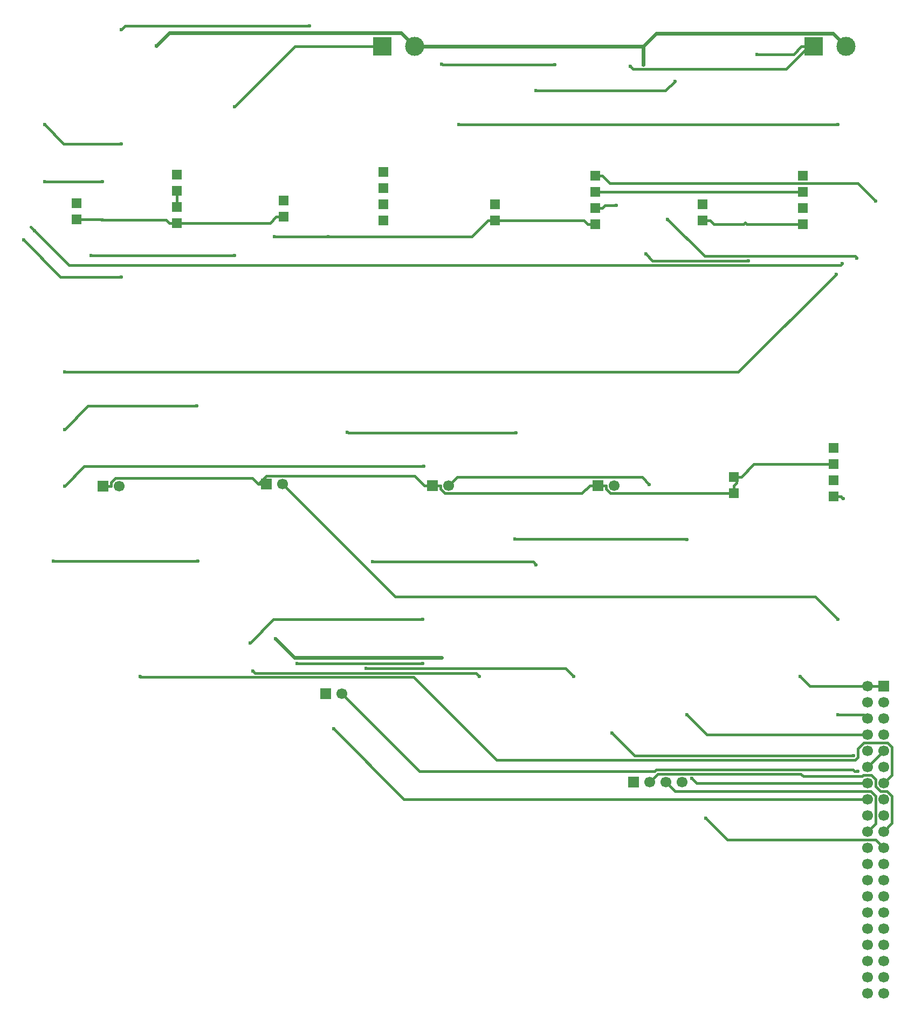
<source format=gbr>
%TF.GenerationSoftware,KiCad,Pcbnew,9.0.2*%
%TF.CreationDate,2025-07-01T15:24:06+02:00*%
%TF.ProjectId,oxygen_calls_rain-rplnt_wipers,6f787967-656e-45f6-9361-6c6c735f7261,rev?*%
%TF.SameCoordinates,Original*%
%TF.FileFunction,Copper,L2,Bot*%
%TF.FilePolarity,Positive*%
%FSLAX46Y46*%
G04 Gerber Fmt 4.6, Leading zero omitted, Abs format (unit mm)*
G04 Created by KiCad (PCBNEW 9.0.2) date 2025-07-01 15:24:06*
%MOMM*%
%LPD*%
G01*
G04 APERTURE LIST*
%TA.AperFunction,ComponentPad*%
%ADD10R,1.700000X1.700000*%
%TD*%
%TA.AperFunction,ComponentPad*%
%ADD11C,1.700000*%
%TD*%
%TA.AperFunction,ComponentPad*%
%ADD12R,1.500000X1.500000*%
%TD*%
%TA.AperFunction,ComponentPad*%
%ADD13R,3.000000X3.000000*%
%TD*%
%TA.AperFunction,ComponentPad*%
%ADD14C,3.000000*%
%TD*%
%TA.AperFunction,ViaPad*%
%ADD15C,0.600000*%
%TD*%
%TA.AperFunction,Conductor*%
%ADD16C,0.400000*%
%TD*%
%TA.AperFunction,Conductor*%
%ADD17C,0.600000*%
%TD*%
G04 APERTURE END LIST*
D10*
%TO.P,J3,1,Pin_1*%
%TO.N,GND*%
X167975000Y-126710000D03*
D11*
%TO.P,J3,2,Pin_2*%
X165435000Y-126710000D03*
%TO.P,J3,3,Pin_3*%
X167975000Y-129250000D03*
%TO.P,J3,4,Pin_4*%
%TO.N,Net-(J3-Pin_4)*%
X165435000Y-129250000D03*
%TO.P,J3,5,Pin_5*%
%TO.N,Net-(J3-Pin_5)*%
X167975000Y-131790000D03*
%TO.P,J3,6,Pin_6*%
%TO.N,Net-(J3-Pin_6)*%
X165435000Y-131790000D03*
%TO.P,J3,7,Pin_7*%
%TO.N,Net-(J3-Pin_7)*%
X167975000Y-134330000D03*
%TO.P,J3,8,Pin_8*%
%TO.N,Net-(J3-Pin_8)*%
X165435000Y-134330000D03*
%TO.P,J3,9,Pin_9*%
%TO.N,GND*%
X167975000Y-136870000D03*
%TO.P,J3,10,Pin_10*%
%TO.N,Net-(J3-Pin_10)*%
X165435000Y-136870000D03*
%TO.P,J3,11,Pin_11*%
%TO.N,Net-(J3-Pin_11)*%
X167975000Y-139410000D03*
%TO.P,J3,12,Pin_12*%
%TO.N,GND*%
X165435000Y-139410000D03*
%TO.P,J3,13,Pin_13*%
%TO.N,Net-(J3-Pin_13)*%
X167975000Y-141950000D03*
%TO.P,J3,14,Pin_14*%
%TO.N,Net-(J3-Pin_14)*%
X165435000Y-141950000D03*
%TO.P,J3,15,Pin_15*%
%TO.N,Net-(J3-Pin_15)*%
X167975000Y-144490000D03*
%TO.P,J3,16,Pin_16*%
%TO.N,Net-(J3-Pin_16)*%
X165435000Y-144490000D03*
%TO.P,J3,17,Pin_17*%
%TO.N,Net-(J3-Pin_17)*%
X167975000Y-147030000D03*
%TO.P,J3,18,Pin_18*%
%TO.N,Net-(J3-Pin_18)*%
X165435000Y-147030000D03*
%TO.P,J3,19,Pin_19*%
%TO.N,Net-(J3-Pin_19)*%
X167975000Y-149570000D03*
%TO.P,J3,20,Pin_20*%
%TO.N,Net-(J3-Pin_20)*%
X165435000Y-149570000D03*
%TO.P,J3,21,Pin_21*%
%TO.N,Net-(J3-Pin_21)*%
X167975000Y-152110000D03*
%TO.P,J3,22,Pin_22*%
%TO.N,unconnected-(J3-Pin_22-Pad22)*%
X165435000Y-152110000D03*
%TO.P,J3,23,Pin_23*%
%TO.N,unconnected-(J3-Pin_23-Pad23)*%
X167975000Y-154650000D03*
%TO.P,J3,24,Pin_24*%
%TO.N,unconnected-(J3-Pin_24-Pad24)*%
X165435000Y-154650000D03*
%TO.P,J3,25,Pin_25*%
%TO.N,unconnected-(J3-Pin_25-Pad25)*%
X167975000Y-157190000D03*
%TO.P,J3,26,Pin_26*%
%TO.N,unconnected-(J3-Pin_26-Pad26)*%
X165435000Y-157190000D03*
%TO.P,J3,27,Pin_27*%
%TO.N,unconnected-(J3-Pin_27-Pad27)*%
X167975000Y-159730000D03*
%TO.P,J3,28,Pin_28*%
%TO.N,unconnected-(J3-Pin_28-Pad28)*%
X165435000Y-159730000D03*
%TO.P,J3,29,Pin_29*%
%TO.N,unconnected-(J3-Pin_29-Pad29)*%
X167975000Y-162270000D03*
%TO.P,J3,30,Pin_30*%
%TO.N,unconnected-(J3-Pin_30-Pad30)*%
X165435000Y-162270000D03*
%TO.P,J3,31,Pin_31*%
%TO.N,unconnected-(J3-Pin_31-Pad31)*%
X167975000Y-164810000D03*
%TO.P,J3,32,Pin_32*%
%TO.N,unconnected-(J3-Pin_32-Pad32)*%
X165435000Y-164810000D03*
%TO.P,J3,33,Pin_33*%
%TO.N,unconnected-(J3-Pin_33-Pad33)*%
X167975000Y-167350000D03*
%TO.P,J3,34,Pin_34*%
%TO.N,unconnected-(J3-Pin_34-Pad34)*%
X165435000Y-167350000D03*
%TO.P,J3,35,Pin_35*%
%TO.N,unconnected-(J3-Pin_35-Pad35)*%
X167975000Y-169890000D03*
%TO.P,J3,36,Pin_36*%
%TO.N,unconnected-(J3-Pin_36-Pad36)*%
X165435000Y-169890000D03*
%TO.P,J3,37,Pin_37*%
%TO.N,unconnected-(J3-Pin_37-Pad37)*%
X167975000Y-172430000D03*
%TO.P,J3,38,Pin_38*%
%TO.N,unconnected-(J3-Pin_38-Pad38)*%
X165435000Y-172430000D03*
%TO.P,J3,39,Pin_39*%
%TO.N,unconnected-(J3-Pin_39-Pad39)*%
X167975000Y-174970000D03*
%TO.P,J3,40,Pin_40*%
%TO.N,unconnected-(J3-Pin_40-Pad40)*%
X165435000Y-174970000D03*
%TD*%
D12*
%TO.P,KR5,1,+5V_TOP_LED*%
%TO.N,unconnected-(KR5-+5V_TOP_LED-Pad1)*%
X89450000Y-45925000D03*
%TO.P,KR5,2,GND_TOP_LED*%
%TO.N,unconnected-(KR5-GND_TOP_LED-Pad2)*%
X89450000Y-48465000D03*
%TO.P,KR5,3,+5V_BOTTOM_LED*%
%TO.N,unconnected-(KR5-+5V_BOTTOM_LED-Pad3)*%
X89450000Y-51005000D03*
%TO.P,KR5,4,GND_BOTTOM_LED*%
%TO.N,unconnected-(KR5-GND_BOTTOM_LED-Pad4)*%
X89450000Y-53545000D03*
%TO.P,KR5,5,SW_IN*%
%TO.N,Net-(J3-Pin_16)*%
X73750000Y-50425000D03*
%TO.P,KR5,6,SW_OUT*%
%TO.N,GND*%
X73750000Y-52965000D03*
%TD*%
D13*
%TO.P,J2,1,Pin_1*%
%TO.N,GND*%
X89210000Y-26200000D03*
D14*
%TO.P,J2,2,Pin_2*%
%TO.N,+12V*%
X94290000Y-26200000D03*
%TD*%
D10*
%TO.P,J7,1,Pin_1*%
%TO.N,GND*%
X123100000Y-95200000D03*
D11*
%TO.P,J7,2,Pin_2*%
%TO.N,Net-(J3-Pin_18)*%
X125640000Y-95200000D03*
%TD*%
D10*
%TO.P,J6,1,Pin_1*%
%TO.N,GND*%
X97125000Y-95200000D03*
D11*
%TO.P,J6,2,Pin_2*%
%TO.N,Net-(J3-Pin_14)*%
X99665000Y-95200000D03*
%TD*%
D12*
%TO.P,KR1,1,+5V_TOP_LED*%
%TO.N,GND*%
X56950000Y-46350000D03*
%TO.P,KR1,2,GND_TOP_LED*%
X56950000Y-48890000D03*
%TO.P,KR1,3,+5V_BOTTOM_LED*%
X56950000Y-51430000D03*
%TO.P,KR1,4,GND_BOTTOM_LED*%
X56950000Y-53970000D03*
%TO.P,KR1,5,SW_IN*%
X41250000Y-50850000D03*
%TO.P,KR1,6,SW_OUT*%
X41250000Y-53390000D03*
%TD*%
D10*
%TO.P,J4,1,Pin_1*%
%TO.N,GND*%
X45400000Y-95300000D03*
D11*
%TO.P,J4,2,Pin_2*%
%TO.N,Net-(J3-Pin_13)*%
X47940000Y-95300000D03*
%TD*%
D12*
%TO.P,KR4,1,+5V_TOP_LED*%
%TO.N,Net-(J3-Pin_10)*%
X160150000Y-89350000D03*
%TO.P,KR4,2,GND_TOP_LED*%
%TO.N,GND*%
X160150000Y-91890000D03*
%TO.P,KR4,3,+5V_BOTTOM_LED*%
%TO.N,Net-(J3-Pin_11)*%
X160150000Y-94430000D03*
%TO.P,KR4,4,GND_BOTTOM_LED*%
%TO.N,GND*%
X160150000Y-96970000D03*
%TO.P,KR4,5,SW_IN*%
X144450000Y-93850000D03*
%TO.P,KR4,6,SW_OUT*%
X144450000Y-96390000D03*
%TD*%
D10*
%TO.P,J9,1,Pin_1*%
%TO.N,GND*%
X128690000Y-141800000D03*
D11*
%TO.P,J9,2,Pin_2*%
%TO.N,Net-(J3-Pin_19)*%
X131230000Y-141800000D03*
%TO.P,J9,3,Pin_3*%
%TO.N,Net-(J3-Pin_20)*%
X133770000Y-141800000D03*
%TO.P,J9,4,Pin_4*%
%TO.N,Net-(J3-Pin_21)*%
X136310000Y-141800000D03*
%TD*%
D10*
%TO.P,J5,1,Pin_1*%
%TO.N,GND*%
X71025000Y-95000000D03*
D11*
%TO.P,J5,2,Pin_2*%
%TO.N,Net-(J3-Pin_17)*%
X73565000Y-95000000D03*
%TD*%
D10*
%TO.P,J8,1,Pin_1*%
%TO.N,GND*%
X80325000Y-127900000D03*
D11*
%TO.P,J8,2,Pin_2*%
%TO.N,Net-(J3-Pin_15)*%
X82865000Y-127900000D03*
%TD*%
D12*
%TO.P,KR3,1,+5V_TOP_LED*%
%TO.N,Net-(J3-Pin_4)*%
X155250000Y-46550000D03*
%TO.P,KR3,2,GND_TOP_LED*%
%TO.N,GND*%
X155250000Y-49090000D03*
%TO.P,KR3,3,+5V_BOTTOM_LED*%
%TO.N,Net-(J3-Pin_5)*%
X155250000Y-51630000D03*
%TO.P,KR3,4,GND_BOTTOM_LED*%
%TO.N,GND*%
X155250000Y-54170000D03*
%TO.P,KR3,5,SW_IN*%
%TO.N,Net-(J3-Pin_6)*%
X139550000Y-51050000D03*
%TO.P,KR3,6,SW_OUT*%
%TO.N,GND*%
X139550000Y-53590000D03*
%TD*%
%TO.P,KR2,1,+5V_TOP_LED*%
%TO.N,Net-(J3-Pin_7)*%
X122650000Y-46550000D03*
%TO.P,KR2,2,GND_TOP_LED*%
%TO.N,GND*%
X122650000Y-49090000D03*
%TO.P,KR2,3,+5V_BOTTOM_LED*%
%TO.N,Net-(J3-Pin_8)*%
X122650000Y-51630000D03*
%TO.P,KR2,4,GND_BOTTOM_LED*%
%TO.N,GND*%
X122650000Y-54170000D03*
%TO.P,KR2,5,SW_IN*%
X106950000Y-51050000D03*
%TO.P,KR2,6,SW_OUT*%
X106950000Y-53590000D03*
%TD*%
D13*
%TO.P,J1,1,Pin_1*%
%TO.N,GND*%
X156975000Y-26250000D03*
D14*
%TO.P,J1,2,Pin_2*%
%TO.N,+12V*%
X162055000Y-26250000D03*
%TD*%
D15*
%TO.N,Net-(J3-Pin_8)*%
X125974200Y-51215400D03*
X137123800Y-131215200D03*
%TO.N,Net-(J3-Pin_16)*%
X81613300Y-133438700D03*
%TO.N,Net-(J3-Pin_13)*%
X51188100Y-125236200D03*
%TO.N,Net-(J3-Pin_18)*%
X125277300Y-134057400D03*
X163233800Y-137656400D03*
%TO.N,Net-(J3-Pin_7)*%
X166756800Y-50498700D03*
%TO.N,Net-(J3-Pin_17)*%
X160777100Y-116214700D03*
%TO.N,Net-(J3-Pin_6)*%
X160830200Y-131215200D03*
%TO.N,Net-(J3-Pin_14)*%
X131197200Y-95049100D03*
X137882700Y-141198500D03*
%TO.N,Net-(J3-Pin_21)*%
X140087100Y-147443700D03*
%TO.N,Net-(J3-Pin_15)*%
X163935600Y-140143500D03*
%TO.N,GND*%
X148047200Y-27474300D03*
X80821100Y-56091800D03*
X128233900Y-29400700D03*
X161605900Y-97278000D03*
X45261500Y-53488200D03*
X72304000Y-56091800D03*
X66004600Y-35748600D03*
X154903600Y-125236200D03*
%TO.N,Net-(D41-K)*%
X119344000Y-125236200D03*
X86747700Y-123965100D03*
%TO.N,Net-(D39-K)*%
X104527500Y-125236200D03*
X68967900Y-124388800D03*
%TO.N,Net-(D38-K)*%
X75864200Y-123144100D03*
X95637600Y-123144100D03*
%TO.N,Net-(D37-K)*%
X95637600Y-116267700D03*
X68472500Y-119951300D03*
%TO.N,Net-(D32-K)*%
X110115600Y-103632200D03*
X137123800Y-103681900D03*
%TO.N,Net-(D31-K)*%
X87711200Y-107193900D03*
X113417400Y-107672600D03*
%TO.N,Net-(D29-K)*%
X60309800Y-107096300D03*
X37581600Y-107062000D03*
%TO.N,Net-(D28-K)*%
X39334900Y-95341200D03*
X95798200Y-92218300D03*
%TO.N,Net-(D27-K)*%
X48224800Y-62456700D03*
X32938600Y-56653400D03*
%TO.N,Net-(D26-K)*%
X161505300Y-60314600D03*
X34642500Y-55193900D03*
%TO.N,Net-(D25-K)*%
X134019200Y-53436400D03*
X163793500Y-59467200D03*
%TO.N,Net-(D22-K)*%
X110215600Y-86959000D03*
X83784400Y-86859000D03*
%TO.N,Net-(D20-K)*%
X39334900Y-86409300D03*
X60078000Y-82718600D03*
%TO.N,Net-(D19-K)*%
X39334900Y-77404200D03*
X160498700Y-62033600D03*
%TO.N,Net-(D17-K)*%
X146699600Y-59899000D03*
X130658300Y-58860900D03*
%TO.N,Net-(D14-K)*%
X101228000Y-38540700D03*
X160830200Y-38540700D03*
%TO.N,Net-(D10-K)*%
X43539900Y-59043500D03*
X66004600Y-59043500D03*
%TO.N,Net-(D8-K)*%
X36250000Y-47509200D03*
X45261500Y-47509200D03*
%TO.N,Net-(D7-K)*%
X36250000Y-38540700D03*
X48224800Y-41530200D03*
%TO.N,Net-(D5-K)*%
X135195800Y-31695700D03*
X113417400Y-33191000D03*
%TO.N,Net-(D4-K)*%
X116380700Y-29150600D03*
X98600900Y-29063400D03*
%TO.N,+12V*%
X53752300Y-26183600D03*
X72487000Y-119257200D03*
X98600900Y-122246700D03*
X130236400Y-29072200D03*
%TO.N,Net-(D1-K)*%
X77857800Y-23022800D03*
X48224800Y-23629400D03*
%TD*%
D16*
%TO.N,Net-(J3-Pin_8)*%
X124216300Y-51215400D02*
X125974200Y-51215400D01*
X123801700Y-51630000D02*
X124216300Y-51215400D01*
X122650000Y-51630000D02*
X123801700Y-51630000D01*
X140238600Y-134330000D02*
X165435000Y-134330000D01*
X137123800Y-131215200D02*
X140238600Y-134330000D01*
%TO.N,Net-(J3-Pin_16)*%
X92664600Y-144490000D02*
X165435000Y-144490000D01*
X81613300Y-133438700D02*
X92664600Y-144490000D01*
%TO.N,Net-(J3-Pin_13)*%
X169226700Y-140698300D02*
X167975000Y-141950000D01*
X169226700Y-136305000D02*
X169226700Y-140698300D01*
X168540000Y-135618300D02*
X169226700Y-136305000D01*
X164836100Y-135618300D02*
X168540000Y-135618300D01*
X163935500Y-136518900D02*
X164836100Y-135618300D01*
X163935500Y-137947000D02*
X163935500Y-136518900D01*
X163524400Y-138358100D02*
X163935500Y-137947000D01*
X107207900Y-138358100D02*
X163524400Y-138358100D01*
X94118300Y-125268500D02*
X107207900Y-138358100D01*
X51220400Y-125268500D02*
X94118300Y-125268500D01*
X51188100Y-125236200D02*
X51220400Y-125268500D01*
%TO.N,Net-(J3-Pin_18)*%
X128876300Y-137656400D02*
X163233800Y-137656400D01*
X125277300Y-134057400D02*
X128876300Y-137656400D01*
%TO.N,Net-(J3-Pin_7)*%
X124953400Y-47701700D02*
X123801700Y-46550000D01*
X163959800Y-47701700D02*
X124953400Y-47701700D01*
X166756800Y-50498700D02*
X163959800Y-47701700D01*
X122650000Y-46550000D02*
X123801700Y-46550000D01*
%TO.N,Net-(J3-Pin_20)*%
X135190000Y-143220000D02*
X133770000Y-141800000D01*
X165940700Y-143220000D02*
X135190000Y-143220000D01*
X166705000Y-143984300D02*
X165940700Y-143220000D01*
X166705000Y-148300000D02*
X166705000Y-143984300D01*
X165435000Y-149570000D02*
X166705000Y-148300000D01*
%TO.N,Net-(J3-Pin_17)*%
X157267100Y-112704700D02*
X160777100Y-116214700D01*
X91269700Y-112704700D02*
X157267100Y-112704700D01*
X73565000Y-95000000D02*
X91269700Y-112704700D01*
%TO.N,Net-(J3-Pin_6)*%
X164860200Y-131215200D02*
X165435000Y-131790000D01*
X160830200Y-131215200D02*
X164860200Y-131215200D01*
%TO.N,Net-(J3-Pin_14)*%
X130037900Y-93889800D02*
X131197200Y-95049100D01*
X100975200Y-93889800D02*
X130037900Y-93889800D01*
X99665000Y-95200000D02*
X100975200Y-93889800D01*
X138634200Y-141950000D02*
X165435000Y-141950000D01*
X137882700Y-141198500D02*
X138634200Y-141950000D01*
%TO.N,Net-(J3-Pin_19)*%
X132533200Y-140496800D02*
X131230000Y-141800000D01*
X154969000Y-140496800D02*
X132533200Y-140496800D01*
X155334900Y-140862700D02*
X154969000Y-140496800D01*
X164602300Y-140862700D02*
X155334900Y-140862700D01*
X164766700Y-140698300D02*
X164602300Y-140862700D01*
X166051500Y-140698300D02*
X164766700Y-140698300D01*
X166723300Y-141370100D02*
X166051500Y-140698300D01*
X166723300Y-142490000D02*
X166723300Y-141370100D01*
X167453500Y-143220200D02*
X166723300Y-142490000D01*
X168502900Y-143220200D02*
X167453500Y-143220200D01*
X169281200Y-143998500D02*
X168502900Y-143220200D01*
X169281200Y-148263800D02*
X169281200Y-143998500D01*
X167975000Y-149570000D02*
X169281200Y-148263800D01*
%TO.N,Net-(J3-Pin_21)*%
X166686700Y-150821700D02*
X167975000Y-152110000D01*
X143465100Y-150821700D02*
X166686700Y-150821700D01*
X140087100Y-147443700D02*
X143465100Y-150821700D01*
%TO.N,Net-(J3-Pin_15)*%
X163199300Y-139894400D02*
X132218100Y-139894400D01*
X163448400Y-140143500D02*
X163199300Y-139894400D01*
X95108500Y-140143500D02*
X82865000Y-127900000D01*
X131969000Y-140143500D02*
X95108500Y-140143500D01*
X132218100Y-139894400D02*
X131969000Y-140143500D01*
X132218100Y-139894400D02*
X131969000Y-140143500D01*
X163448400Y-140143500D02*
X163935600Y-140143500D01*
%TO.N,GND*%
X139550000Y-53590000D02*
X140701700Y-53590000D01*
X165435000Y-139410000D02*
X167975000Y-136870000D01*
X120918300Y-53590000D02*
X121498300Y-54170000D01*
X106950000Y-53590000D02*
X120918300Y-53590000D01*
X122650000Y-54170000D02*
X121498300Y-54170000D01*
X153849000Y-27474300D02*
X155073300Y-26250000D01*
X148047200Y-27474300D02*
X153849000Y-27474300D01*
X106950000Y-53590000D02*
X105798300Y-53590000D01*
X156975000Y-26250000D02*
X156175000Y-26250000D01*
X156175000Y-26250000D02*
X155073300Y-26250000D01*
X56950000Y-51430000D02*
X56950000Y-48890000D01*
X120596600Y-96451700D02*
X121848300Y-95200000D01*
X99080700Y-96451700D02*
X120596600Y-96451700D01*
X98376700Y-95747700D02*
X99080700Y-96451700D01*
X98376700Y-95200000D02*
X98376700Y-95747700D01*
X97125000Y-95200000D02*
X98376700Y-95200000D01*
X123100000Y-95200000D02*
X121848300Y-95200000D01*
X155250000Y-49090000D02*
X122650000Y-49090000D01*
X147561700Y-91890000D02*
X145601700Y-93850000D01*
X160150000Y-91890000D02*
X147561700Y-91890000D01*
X161301700Y-96973800D02*
X161605900Y-97278000D01*
X161301700Y-96970000D02*
X161301700Y-96973800D01*
X160150000Y-96970000D02*
X161301700Y-96970000D01*
X71593300Y-53970000D02*
X56950000Y-53970000D01*
X72598300Y-52965000D02*
X71593300Y-53970000D01*
X73750000Y-52965000D02*
X72598300Y-52965000D01*
X144450000Y-93850000D02*
X144875000Y-93850000D01*
X144875000Y-93850000D02*
X145601700Y-93850000D01*
X144875000Y-94813300D02*
X144450000Y-95238300D01*
X144875000Y-93850000D02*
X144875000Y-94813300D01*
X144450000Y-96390000D02*
X144450000Y-95238300D01*
X124351700Y-95747700D02*
X124351700Y-95200000D01*
X125055700Y-96451700D02*
X124351700Y-95747700D01*
X143236600Y-96451700D02*
X125055700Y-96451700D01*
X143298300Y-96390000D02*
X143236600Y-96451700D01*
X144450000Y-96390000D02*
X143298300Y-96390000D01*
X123100000Y-95200000D02*
X124351700Y-95200000D01*
X41250000Y-53390000D02*
X41675000Y-53390000D01*
X56950000Y-53970000D02*
X55798300Y-53970000D01*
X55316500Y-53488200D02*
X55798300Y-53970000D01*
X45261500Y-53488200D02*
X55316500Y-53488200D01*
X72304000Y-56091800D02*
X80821100Y-56091800D01*
X103296500Y-56091800D02*
X105798300Y-53590000D01*
X80821100Y-56091800D02*
X103296500Y-56091800D01*
X45163300Y-53390000D02*
X45261500Y-53488200D01*
X41675000Y-53390000D02*
X45163300Y-53390000D01*
X75553200Y-26200000D02*
X66004600Y-35748600D01*
X89210000Y-26200000D02*
X75553200Y-26200000D01*
X71025000Y-95000000D02*
X69773300Y-95000000D01*
X45400000Y-95300000D02*
X46651700Y-95300000D01*
X167975000Y-126710000D02*
X165435000Y-126710000D01*
X156377400Y-126710000D02*
X154903600Y-125236200D01*
X165435000Y-126710000D02*
X156377400Y-126710000D01*
X46651700Y-94752300D02*
X46651700Y-95300000D01*
X47355700Y-94048300D02*
X46651700Y-94752300D01*
X68821600Y-94048300D02*
X47355700Y-94048300D01*
X69773300Y-95000000D02*
X68821600Y-94048300D01*
X97125000Y-95200000D02*
X95873300Y-95200000D01*
X94365000Y-93691700D02*
X95873300Y-95200000D01*
X71081600Y-93691700D02*
X94365000Y-93691700D01*
X69773300Y-95000000D02*
X71081600Y-93691700D01*
X152651100Y-29773900D02*
X156175000Y-26250000D01*
X128607100Y-29773900D02*
X152651100Y-29773900D01*
X128233900Y-29400700D02*
X128607100Y-29773900D01*
X141281700Y-54170000D02*
X140701700Y-53590000D01*
X145963700Y-54170000D02*
X141281700Y-54170000D01*
X146212800Y-53920900D02*
X145963700Y-54170000D01*
X146212800Y-53920900D02*
X145963700Y-54170000D01*
X146461900Y-54170000D02*
X155250000Y-54170000D01*
X146212800Y-53920900D02*
X146461900Y-54170000D01*
%TO.N,Net-(D41-K)*%
X118072900Y-123965100D02*
X86747700Y-123965100D01*
X119344000Y-125236200D02*
X118072900Y-123965100D01*
%TO.N,Net-(D39-K)*%
X103958100Y-124666800D02*
X104527500Y-125236200D01*
X69245900Y-124666800D02*
X103958100Y-124666800D01*
X68967900Y-124388800D02*
X69245900Y-124666800D01*
%TO.N,Net-(D38-K)*%
X75864200Y-123144100D02*
X95637600Y-123144100D01*
%TO.N,Net-(D37-K)*%
X72156100Y-116267700D02*
X68472500Y-119951300D01*
X95637600Y-116267700D02*
X72156100Y-116267700D01*
%TO.N,Net-(D32-K)*%
X137074100Y-103632200D02*
X137123800Y-103681900D01*
X110115600Y-103632200D02*
X137074100Y-103632200D01*
%TO.N,Net-(D31-K)*%
X112938700Y-107193900D02*
X113417400Y-107672600D01*
X87711200Y-107193900D02*
X112938700Y-107193900D01*
%TO.N,Net-(D29-K)*%
X60275500Y-107062000D02*
X60309800Y-107096300D01*
X37581600Y-107062000D02*
X60275500Y-107062000D01*
%TO.N,Net-(D28-K)*%
X42457800Y-92218300D02*
X95798200Y-92218300D01*
X39334900Y-95341200D02*
X42457800Y-92218300D01*
%TO.N,Net-(D27-K)*%
X38741900Y-62456700D02*
X32938600Y-56653400D01*
X48224800Y-62456700D02*
X38741900Y-62456700D01*
%TO.N,Net-(D26-K)*%
X161186300Y-60633600D02*
X161505300Y-60314600D01*
X40082200Y-60633600D02*
X161186300Y-60633600D01*
X34642500Y-55193900D02*
X40082200Y-60633600D01*
X34642500Y-55193900D02*
X34010000Y-54561400D01*
X34010000Y-54561400D02*
X34642500Y-55193900D01*
%TO.N,Net-(D25-K)*%
X134071000Y-53488200D02*
X134019200Y-53436400D01*
X134160500Y-53488200D02*
X134071000Y-53488200D01*
X139869600Y-59197300D02*
X134160500Y-53488200D01*
X163523600Y-59197300D02*
X139869600Y-59197300D01*
X163793500Y-59467200D02*
X163523600Y-59197300D01*
%TO.N,Net-(D22-K)*%
X83884400Y-86959000D02*
X83784400Y-86859000D01*
X110215600Y-86959000D02*
X83884400Y-86959000D01*
%TO.N,Net-(D20-K)*%
X43025600Y-82718600D02*
X60078000Y-82718600D01*
X39334900Y-86409300D02*
X43025600Y-82718600D01*
%TO.N,Net-(D19-K)*%
X145128100Y-77404200D02*
X160498700Y-62033600D01*
X39334900Y-77404200D02*
X145128100Y-77404200D01*
%TO.N,Net-(D17-K)*%
X131696400Y-59899000D02*
X130658300Y-58860900D01*
X146699600Y-59899000D02*
X131696400Y-59899000D01*
%TO.N,Net-(D14-K)*%
X101228000Y-38540700D02*
X160830200Y-38540700D01*
%TO.N,Net-(D10-K)*%
X43539900Y-59043500D02*
X66004600Y-59043500D01*
%TO.N,Net-(D8-K)*%
X36250000Y-47509200D02*
X45261500Y-47509200D01*
%TO.N,Net-(D7-K)*%
X39239500Y-41530200D02*
X48224800Y-41530200D01*
X36250000Y-38540700D02*
X39239500Y-41530200D01*
%TO.N,Net-(D5-K)*%
X133700500Y-33191000D02*
X113417400Y-33191000D01*
X135195800Y-31695700D02*
X133700500Y-33191000D01*
%TO.N,Net-(D4-K)*%
X98688100Y-29150600D02*
X98600900Y-29063400D01*
X116380700Y-29150600D02*
X98688100Y-29150600D01*
D17*
%TO.N,+12V*%
X92225600Y-24135600D02*
X94290000Y-26200000D01*
X55800300Y-24135600D02*
X92225600Y-24135600D01*
X53752300Y-26183600D02*
X55800300Y-24135600D01*
X75476500Y-122246700D02*
X72487000Y-119257200D01*
X98600900Y-122246700D02*
X75476500Y-122246700D01*
X132236600Y-24199800D02*
X130236400Y-26200000D01*
X160004800Y-24199800D02*
X132236600Y-24199800D01*
X162055000Y-26250000D02*
X160004800Y-24199800D01*
X130236400Y-26200000D02*
X94290000Y-26200000D01*
X130236400Y-29072200D02*
X130236400Y-26200000D01*
D16*
%TO.N,Net-(D1-K)*%
X48831400Y-23022800D02*
X77857800Y-23022800D01*
X48224800Y-23629400D02*
X48831400Y-23022800D01*
%TD*%
M02*

</source>
